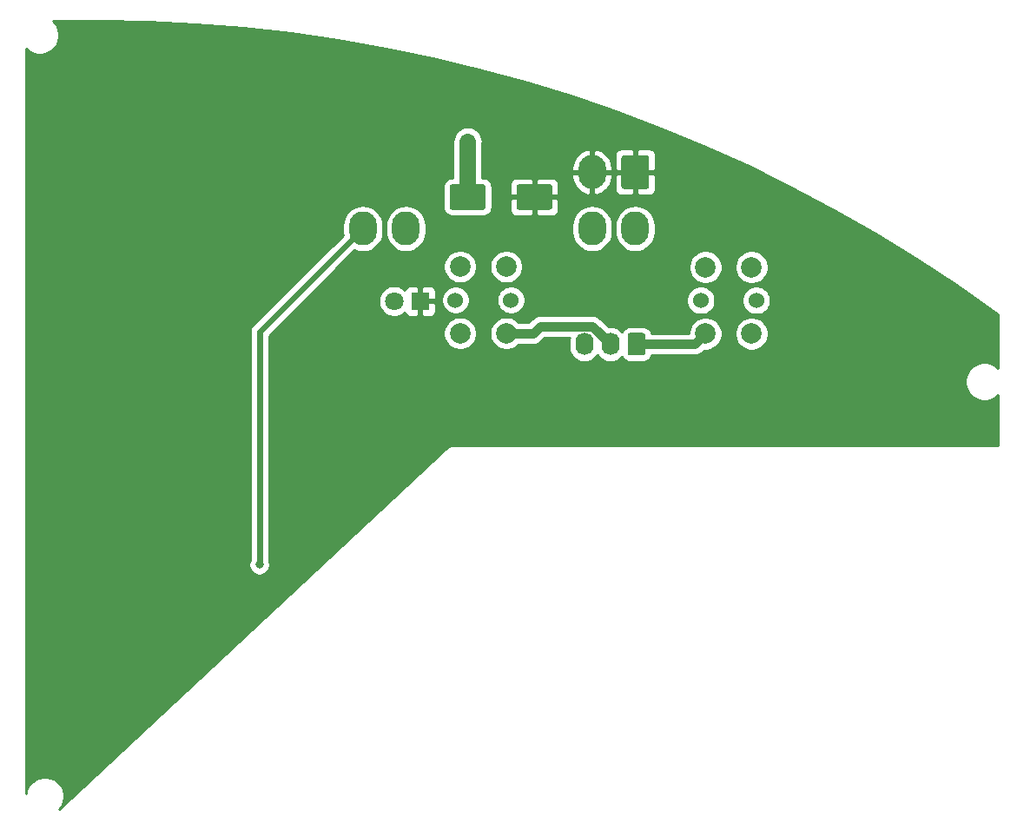
<source format=gbr>
%TF.GenerationSoftware,KiCad,Pcbnew,(5.1.9)-1*%
%TF.CreationDate,2021-09-11T23:18:36-06:00*%
%TF.ProjectId,ewi_v3,6577695f-7633-42e6-9b69-6361645f7063,rev?*%
%TF.SameCoordinates,Original*%
%TF.FileFunction,Copper,L2,Bot*%
%TF.FilePolarity,Positive*%
%FSLAX46Y46*%
G04 Gerber Fmt 4.6, Leading zero omitted, Abs format (unit mm)*
G04 Created by KiCad (PCBNEW (5.1.9)-1) date 2021-09-11 23:18:36*
%MOMM*%
%LPD*%
G01*
G04 APERTURE LIST*
%TA.AperFunction,ComponentPad*%
%ADD10C,1.524000*%
%TD*%
%TA.AperFunction,ComponentPad*%
%ADD11C,2.000000*%
%TD*%
%TA.AperFunction,ComponentPad*%
%ADD12O,1.740000X2.190000*%
%TD*%
%TA.AperFunction,ComponentPad*%
%ADD13O,2.700000X3.300000*%
%TD*%
%TA.AperFunction,ComponentPad*%
%ADD14C,1.800000*%
%TD*%
%TA.AperFunction,ComponentPad*%
%ADD15R,1.800000X1.800000*%
%TD*%
%TA.AperFunction,ViaPad*%
%ADD16C,0.800000*%
%TD*%
%TA.AperFunction,Conductor*%
%ADD17C,1.625600*%
%TD*%
%TA.AperFunction,Conductor*%
%ADD18C,0.609600*%
%TD*%
%TA.AperFunction,Conductor*%
%ADD19C,0.914400*%
%TD*%
%TA.AperFunction,Conductor*%
%ADD20C,0.254000*%
%TD*%
%TA.AperFunction,Conductor*%
%ADD21C,0.100000*%
%TD*%
G04 APERTURE END LIST*
D10*
%TO.P,SW2,4*%
%TO.N,N/C*%
X149289049Y-85312196D03*
%TO.P,SW2,3*%
X143889049Y-85312196D03*
D11*
%TO.P,SW2,2*%
%TO.N,GND*%
X144339049Y-82062196D03*
%TO.P,SW2,1*%
%TO.N,N/C*%
X148839049Y-82062196D03*
%TO.P,SW2,2*%
%TO.N,GND*%
X144339049Y-88562196D03*
%TO.P,SW2,1*%
%TO.N,/MC_SW*%
X148839049Y-88562196D03*
%TD*%
D10*
%TO.P,SW1,4*%
%TO.N,N/C*%
X167809049Y-85352196D03*
%TO.P,SW1,3*%
X173209049Y-85352196D03*
D11*
%TO.P,SW1,2*%
%TO.N,GND*%
X172759049Y-88602196D03*
%TO.P,SW1,1*%
%TO.N,/FIRE_SW*%
X168259049Y-88602196D03*
%TO.P,SW1,2*%
%TO.N,GND*%
X172759049Y-82102196D03*
%TO.P,SW1,1*%
%TO.N,N/C*%
X168259049Y-82102196D03*
%TD*%
D12*
%TO.P,J3,3*%
%TO.N,GND*%
X156451300Y-89623143D03*
%TO.P,J3,2*%
%TO.N,/MC_SW*%
X158991300Y-89623143D03*
%TO.P,J3,1*%
%TO.N,/FIRE_SW*%
%TA.AperFunction,ComponentPad*%
G36*
G01*
X162401300Y-88778142D02*
X162401300Y-90468144D01*
G75*
G02*
X162151301Y-90718143I-249999J0D01*
G01*
X160911299Y-90718143D01*
G75*
G02*
X160661300Y-90468144I0J249999D01*
G01*
X160661300Y-88778142D01*
G75*
G02*
X160911299Y-88528143I249999J0D01*
G01*
X162151301Y-88528143D01*
G75*
G02*
X162401300Y-88778142I0J-249999D01*
G01*
G37*
%TD.AperFunction*%
%TD*%
D13*
%TO.P,J2,4*%
%TO.N,/DOUT*%
X134861300Y-78344144D03*
%TO.P,J2,3*%
%TO.N,GND*%
X139061300Y-78344144D03*
%TO.P,J2,2*%
%TO.N,+5V*%
X134861300Y-72844144D03*
%TO.P,J2,1*%
%TA.AperFunction,ComponentPad*%
G36*
G01*
X140411300Y-71444145D02*
X140411300Y-74244143D01*
G75*
G02*
X140161299Y-74494144I-250001J0D01*
G01*
X137961301Y-74494144D01*
G75*
G02*
X137711300Y-74244143I0J250001D01*
G01*
X137711300Y-71444145D01*
G75*
G02*
X137961301Y-71194144I250001J0D01*
G01*
X140161299Y-71194144D01*
G75*
G02*
X140411300Y-71444145I0J-250001D01*
G01*
G37*
%TD.AperFunction*%
%TD*%
%TO.P,J1,4*%
%TO.N,/DIN*%
X157213300Y-78344144D03*
%TO.P,J1,3*%
%TO.N,GND*%
X161413300Y-78344144D03*
%TO.P,J1,2*%
%TO.N,+5V*%
X157213300Y-72844144D03*
%TO.P,J1,1*%
%TA.AperFunction,ComponentPad*%
G36*
G01*
X162763300Y-71444145D02*
X162763300Y-74244143D01*
G75*
G02*
X162513299Y-74494144I-250001J0D01*
G01*
X160313301Y-74494144D01*
G75*
G02*
X160063300Y-74244143I0J250001D01*
G01*
X160063300Y-71444145D01*
G75*
G02*
X160313301Y-71194144I250001J0D01*
G01*
X162513299Y-71194144D01*
G75*
G02*
X162763300Y-71444145I0J-250001D01*
G01*
G37*
%TD.AperFunction*%
%TD*%
D14*
%TO.P,D1,2*%
%TO.N,Net-(D1-Pad2)*%
X137909300Y-85432143D03*
D15*
%TO.P,D1,1*%
%TO.N,+5V*%
X140449300Y-85432143D03*
%TD*%
%TO.P,C1,2*%
%TO.N,GND*%
%TA.AperFunction,SMDPad,CuDef*%
G36*
G01*
X146823300Y-74272144D02*
X146823300Y-76272144D01*
G75*
G02*
X146573300Y-76522144I-250000J0D01*
G01*
X143573300Y-76522144D01*
G75*
G02*
X143323300Y-76272144I0J250000D01*
G01*
X143323300Y-74272144D01*
G75*
G02*
X143573300Y-74022144I250000J0D01*
G01*
X146573300Y-74022144D01*
G75*
G02*
X146823300Y-74272144I0J-250000D01*
G01*
G37*
%TD.AperFunction*%
%TO.P,C1,1*%
%TO.N,+5V*%
%TA.AperFunction,SMDPad,CuDef*%
G36*
G01*
X153323300Y-74272144D02*
X153323300Y-76272144D01*
G75*
G02*
X153073300Y-76522144I-250000J0D01*
G01*
X150073300Y-76522144D01*
G75*
G02*
X149823300Y-76272144I0J250000D01*
G01*
X149823300Y-74272144D01*
G75*
G02*
X150073300Y-74022144I250000J0D01*
G01*
X153073300Y-74022144D01*
G75*
G02*
X153323300Y-74272144I0J-250000D01*
G01*
G37*
%TD.AperFunction*%
%TD*%
D16*
%TO.N,GND*%
X145073300Y-69876996D03*
X145073300Y-71146996D03*
X145073300Y-72416996D03*
%TO.N,+5V*%
X142557499Y-91442797D03*
X151447499Y-79377797D03*
X110172499Y-118747797D03*
X102552499Y-118747797D03*
X105727499Y-106047797D03*
X114617499Y-106047797D03*
X122872499Y-106047797D03*
X131762499Y-106047797D03*
X127952499Y-100967797D03*
X119697499Y-100967797D03*
X110807499Y-100967797D03*
X102552499Y-100967797D03*
X105727499Y-87632797D03*
X114617499Y-87632797D03*
X122872499Y-87632797D03*
X131762499Y-87632797D03*
X127952499Y-81917797D03*
X119062499Y-81917797D03*
X110807499Y-81917797D03*
X102552499Y-82552797D03*
X105727499Y-69852797D03*
X114617499Y-69852797D03*
X122872499Y-69852797D03*
X131762499Y-69852797D03*
X151447499Y-86362797D03*
X165417499Y-83822797D03*
X166687499Y-91442797D03*
X175577499Y-86362797D03*
X174307499Y-79377797D03*
%TO.N,/DOUT*%
X124777499Y-111127797D03*
%TD*%
D17*
%TO.N,GND*%
X145073300Y-75272144D02*
X145073300Y-72416996D01*
X145073300Y-69876996D02*
X145073300Y-69876996D01*
X145073300Y-71146996D02*
X145073300Y-69876996D01*
X145073300Y-72416996D02*
X145073300Y-71146996D01*
D18*
%TO.N,/DOUT*%
X124777499Y-88427945D02*
X134861300Y-78344144D01*
X124777499Y-111127797D02*
X124777499Y-88427945D01*
D19*
%TO.N,/MC_SW*%
X151447758Y-88562196D02*
X148839049Y-88562196D01*
X152139021Y-87870933D02*
X151447758Y-88562196D01*
X157239090Y-87870933D02*
X152139021Y-87870933D01*
X158991300Y-89623143D02*
X157239090Y-87870933D01*
%TO.N,/FIRE_SW*%
X167238102Y-89623143D02*
X168259049Y-88602196D01*
X161531300Y-89623143D02*
X167238102Y-89623143D01*
%TD*%
D20*
%TO.N,+5V*%
X113873859Y-58203688D02*
X118535771Y-58423537D01*
X123188485Y-58789714D01*
X127827402Y-59301855D01*
X132447991Y-59959462D01*
X137045587Y-60761871D01*
X141615736Y-61708304D01*
X146153886Y-62797817D01*
X150655608Y-64029349D01*
X155116381Y-65401662D01*
X159531862Y-66913419D01*
X163897674Y-68563122D01*
X168209527Y-70349149D01*
X172463169Y-72269742D01*
X176654361Y-74322985D01*
X180778982Y-76506860D01*
X184832993Y-78819227D01*
X188812371Y-81257793D01*
X192713174Y-83820142D01*
X196535183Y-86506294D01*
X196812298Y-86708603D01*
X196812298Y-91979865D01*
X196641916Y-91809483D01*
X196333180Y-91603192D01*
X195990132Y-91461097D01*
X195625954Y-91388658D01*
X195254642Y-91388658D01*
X194890464Y-91461097D01*
X194547416Y-91603192D01*
X194238680Y-91809483D01*
X193976123Y-92072040D01*
X193769832Y-92380776D01*
X193627737Y-92723824D01*
X193555298Y-93088002D01*
X193555298Y-93459314D01*
X193627737Y-93823492D01*
X193769832Y-94166540D01*
X193976123Y-94475276D01*
X194238680Y-94737833D01*
X194547416Y-94944124D01*
X194890464Y-95086219D01*
X195254642Y-95158658D01*
X195625954Y-95158658D01*
X195990132Y-95086219D01*
X196333180Y-94944124D01*
X196641916Y-94737833D01*
X196812299Y-94567450D01*
X196812299Y-99514047D01*
X143559885Y-99514047D01*
X143538945Y-99511251D01*
X143495042Y-99514047D01*
X143483602Y-99514047D01*
X143462669Y-99516109D01*
X143409199Y-99519514D01*
X143398088Y-99522469D01*
X143386638Y-99523597D01*
X143335333Y-99539160D01*
X143283559Y-99552931D01*
X143273237Y-99557997D01*
X143262228Y-99561337D01*
X143214958Y-99586603D01*
X143166851Y-99610216D01*
X143157713Y-99617201D01*
X143147571Y-99622622D01*
X143106153Y-99656613D01*
X143089443Y-99669386D01*
X143081078Y-99677191D01*
X143047073Y-99705099D01*
X143033672Y-99721428D01*
X105285428Y-134945808D01*
X105337474Y-134893762D01*
X105543765Y-134585026D01*
X105685860Y-134241978D01*
X105758299Y-133877800D01*
X105758299Y-133506488D01*
X105685860Y-133142310D01*
X105543765Y-132799262D01*
X105337474Y-132490526D01*
X105074917Y-132227969D01*
X104766181Y-132021678D01*
X104423133Y-131879583D01*
X104058955Y-131807144D01*
X103687643Y-131807144D01*
X103323465Y-131879583D01*
X102980417Y-132021678D01*
X102671681Y-132227969D01*
X102409124Y-132490526D01*
X102202833Y-132799262D01*
X102060738Y-133142310D01*
X101993299Y-133481351D01*
X101993299Y-111025858D01*
X123742499Y-111025858D01*
X123742499Y-111229736D01*
X123782273Y-111429695D01*
X123860294Y-111618053D01*
X123973562Y-111787571D01*
X124117725Y-111931734D01*
X124287243Y-112045002D01*
X124475601Y-112123023D01*
X124675560Y-112162797D01*
X124879438Y-112162797D01*
X125079397Y-112123023D01*
X125267755Y-112045002D01*
X125437273Y-111931734D01*
X125581436Y-111787571D01*
X125694704Y-111618053D01*
X125772725Y-111429695D01*
X125812499Y-111229736D01*
X125812499Y-111025858D01*
X125772725Y-110825899D01*
X125717299Y-110692090D01*
X125717299Y-88817221D01*
X126133357Y-88401163D01*
X142704049Y-88401163D01*
X142704049Y-88723229D01*
X142766881Y-89039108D01*
X142890131Y-89336659D01*
X143069062Y-89604448D01*
X143296797Y-89832183D01*
X143564586Y-90011114D01*
X143862137Y-90134364D01*
X144178016Y-90197196D01*
X144500082Y-90197196D01*
X144815961Y-90134364D01*
X145113512Y-90011114D01*
X145381301Y-89832183D01*
X145609036Y-89604448D01*
X145787967Y-89336659D01*
X145911217Y-89039108D01*
X145974049Y-88723229D01*
X145974049Y-88401163D01*
X147204049Y-88401163D01*
X147204049Y-88723229D01*
X147266881Y-89039108D01*
X147390131Y-89336659D01*
X147569062Y-89604448D01*
X147796797Y-89832183D01*
X148064586Y-90011114D01*
X148362137Y-90134364D01*
X148678016Y-90197196D01*
X149000082Y-90197196D01*
X149315961Y-90134364D01*
X149613512Y-90011114D01*
X149881301Y-89832183D01*
X150059088Y-89654396D01*
X151394117Y-89654396D01*
X151447758Y-89659679D01*
X151501399Y-89654396D01*
X151501407Y-89654396D01*
X151661867Y-89638592D01*
X151867747Y-89576139D01*
X152057487Y-89474721D01*
X152223796Y-89338234D01*
X152257998Y-89296559D01*
X152591424Y-88963133D01*
X155010538Y-88963133D01*
X154968076Y-89103111D01*
X154946300Y-89324207D01*
X154946300Y-89922078D01*
X154968076Y-90143174D01*
X155054134Y-90426867D01*
X155193883Y-90688321D01*
X155381955Y-90917488D01*
X155611121Y-91105560D01*
X155872575Y-91245309D01*
X156156268Y-91331367D01*
X156451300Y-91360425D01*
X156746331Y-91331367D01*
X157030024Y-91245309D01*
X157291478Y-91105560D01*
X157520645Y-90917488D01*
X157708717Y-90688322D01*
X157721300Y-90664780D01*
X157733883Y-90688321D01*
X157921955Y-90917488D01*
X158151121Y-91105560D01*
X158412575Y-91245309D01*
X158696268Y-91331367D01*
X158991300Y-91360425D01*
X159286331Y-91331367D01*
X159570024Y-91245309D01*
X159831478Y-91105560D01*
X160060645Y-90917488D01*
X160114366Y-90852029D01*
X160172895Y-90961530D01*
X160283338Y-91096105D01*
X160417913Y-91206548D01*
X160571449Y-91288615D01*
X160738045Y-91339151D01*
X160911299Y-91356215D01*
X162151301Y-91356215D01*
X162324555Y-91339151D01*
X162491151Y-91288615D01*
X162644687Y-91206548D01*
X162779262Y-91096105D01*
X162889705Y-90961530D01*
X162971772Y-90807994D01*
X162999877Y-90715343D01*
X167184461Y-90715343D01*
X167238102Y-90720626D01*
X167291743Y-90715343D01*
X167291751Y-90715343D01*
X167452211Y-90699539D01*
X167658091Y-90637086D01*
X167847831Y-90535668D01*
X168014140Y-90399181D01*
X168048342Y-90357507D01*
X168168652Y-90237196D01*
X168420082Y-90237196D01*
X168735961Y-90174364D01*
X169033512Y-90051114D01*
X169301301Y-89872183D01*
X169529036Y-89644448D01*
X169707967Y-89376659D01*
X169831217Y-89079108D01*
X169894049Y-88763229D01*
X169894049Y-88441163D01*
X171124049Y-88441163D01*
X171124049Y-88763229D01*
X171186881Y-89079108D01*
X171310131Y-89376659D01*
X171489062Y-89644448D01*
X171716797Y-89872183D01*
X171984586Y-90051114D01*
X172282137Y-90174364D01*
X172598016Y-90237196D01*
X172920082Y-90237196D01*
X173235961Y-90174364D01*
X173533512Y-90051114D01*
X173801301Y-89872183D01*
X174029036Y-89644448D01*
X174207967Y-89376659D01*
X174331217Y-89079108D01*
X174394049Y-88763229D01*
X174394049Y-88441163D01*
X174331217Y-88125284D01*
X174207967Y-87827733D01*
X174029036Y-87559944D01*
X173801301Y-87332209D01*
X173533512Y-87153278D01*
X173235961Y-87030028D01*
X172920082Y-86967196D01*
X172598016Y-86967196D01*
X172282137Y-87030028D01*
X171984586Y-87153278D01*
X171716797Y-87332209D01*
X171489062Y-87559944D01*
X171310131Y-87827733D01*
X171186881Y-88125284D01*
X171124049Y-88441163D01*
X169894049Y-88441163D01*
X169831217Y-88125284D01*
X169707967Y-87827733D01*
X169529036Y-87559944D01*
X169301301Y-87332209D01*
X169033512Y-87153278D01*
X168735961Y-87030028D01*
X168420082Y-86967196D01*
X168098016Y-86967196D01*
X167782137Y-87030028D01*
X167484586Y-87153278D01*
X167216797Y-87332209D01*
X166989062Y-87559944D01*
X166810131Y-87827733D01*
X166686881Y-88125284D01*
X166624049Y-88441163D01*
X166624049Y-88530943D01*
X162999877Y-88530943D01*
X162971772Y-88438292D01*
X162889705Y-88284756D01*
X162779262Y-88150181D01*
X162644687Y-88039738D01*
X162491151Y-87957671D01*
X162324555Y-87907135D01*
X162151301Y-87890071D01*
X160911299Y-87890071D01*
X160738045Y-87907135D01*
X160571449Y-87957671D01*
X160417913Y-88039738D01*
X160283338Y-88150181D01*
X160172895Y-88284756D01*
X160114366Y-88394257D01*
X160060645Y-88328798D01*
X159831479Y-88140726D01*
X159570025Y-88000977D01*
X159286332Y-87914919D01*
X158991300Y-87885861D01*
X158815897Y-87903137D01*
X158049330Y-87136570D01*
X158015128Y-87094895D01*
X157848819Y-86958408D01*
X157659079Y-86856990D01*
X157453199Y-86794537D01*
X157292739Y-86778733D01*
X157292731Y-86778733D01*
X157239090Y-86773450D01*
X157185449Y-86778733D01*
X152192662Y-86778733D01*
X152139021Y-86773450D01*
X152085380Y-86778733D01*
X152085372Y-86778733D01*
X151924912Y-86794537D01*
X151719032Y-86856990D01*
X151529292Y-86958408D01*
X151362983Y-87094895D01*
X151328781Y-87136570D01*
X150995355Y-87469996D01*
X150059088Y-87469996D01*
X149881301Y-87292209D01*
X149613512Y-87113278D01*
X149315961Y-86990028D01*
X149000082Y-86927196D01*
X148678016Y-86927196D01*
X148362137Y-86990028D01*
X148064586Y-87113278D01*
X147796797Y-87292209D01*
X147569062Y-87519944D01*
X147390131Y-87787733D01*
X147266881Y-88085284D01*
X147204049Y-88401163D01*
X145974049Y-88401163D01*
X145911217Y-88085284D01*
X145787967Y-87787733D01*
X145609036Y-87519944D01*
X145381301Y-87292209D01*
X145113512Y-87113278D01*
X144815961Y-86990028D01*
X144500082Y-86927196D01*
X144178016Y-86927196D01*
X143862137Y-86990028D01*
X143564586Y-87113278D01*
X143296797Y-87292209D01*
X143069062Y-87519944D01*
X142890131Y-87787733D01*
X142766881Y-88085284D01*
X142704049Y-88401163D01*
X126133357Y-88401163D01*
X129253561Y-85280959D01*
X136374300Y-85280959D01*
X136374300Y-85583327D01*
X136433289Y-85879886D01*
X136549001Y-86159238D01*
X136716988Y-86410648D01*
X136930795Y-86624455D01*
X137182205Y-86792442D01*
X137461557Y-86908154D01*
X137758116Y-86967143D01*
X138060484Y-86967143D01*
X138357043Y-86908154D01*
X138636395Y-86792442D01*
X138887805Y-86624455D01*
X138954244Y-86558016D01*
X138959798Y-86576323D01*
X139018763Y-86686637D01*
X139098115Y-86783328D01*
X139194806Y-86862680D01*
X139305120Y-86921645D01*
X139424818Y-86957955D01*
X139549300Y-86970215D01*
X140163550Y-86967143D01*
X140322300Y-86808393D01*
X140322300Y-85559143D01*
X140576300Y-85559143D01*
X140576300Y-86808393D01*
X140735050Y-86967143D01*
X141349300Y-86970215D01*
X141473782Y-86957955D01*
X141593480Y-86921645D01*
X141703794Y-86862680D01*
X141800485Y-86783328D01*
X141879837Y-86686637D01*
X141938802Y-86576323D01*
X141975112Y-86456625D01*
X141987372Y-86332143D01*
X141984300Y-85717893D01*
X141825550Y-85559143D01*
X140576300Y-85559143D01*
X140322300Y-85559143D01*
X140302300Y-85559143D01*
X140302300Y-85305143D01*
X140322300Y-85305143D01*
X140322300Y-84055893D01*
X140576300Y-84055893D01*
X140576300Y-85305143D01*
X141825550Y-85305143D01*
X141956089Y-85174604D01*
X142492049Y-85174604D01*
X142492049Y-85449788D01*
X142545735Y-85719686D01*
X142651044Y-85973923D01*
X142803929Y-86202731D01*
X142998514Y-86397316D01*
X143227322Y-86550201D01*
X143481559Y-86655510D01*
X143751457Y-86709196D01*
X144026641Y-86709196D01*
X144296539Y-86655510D01*
X144550776Y-86550201D01*
X144779584Y-86397316D01*
X144974169Y-86202731D01*
X145127054Y-85973923D01*
X145232363Y-85719686D01*
X145286049Y-85449788D01*
X145286049Y-85174604D01*
X147892049Y-85174604D01*
X147892049Y-85449788D01*
X147945735Y-85719686D01*
X148051044Y-85973923D01*
X148203929Y-86202731D01*
X148398514Y-86397316D01*
X148627322Y-86550201D01*
X148881559Y-86655510D01*
X149151457Y-86709196D01*
X149426641Y-86709196D01*
X149696539Y-86655510D01*
X149950776Y-86550201D01*
X150179584Y-86397316D01*
X150374169Y-86202731D01*
X150527054Y-85973923D01*
X150632363Y-85719686D01*
X150686049Y-85449788D01*
X150686049Y-85214604D01*
X166412049Y-85214604D01*
X166412049Y-85489788D01*
X166465735Y-85759686D01*
X166571044Y-86013923D01*
X166723929Y-86242731D01*
X166918514Y-86437316D01*
X167147322Y-86590201D01*
X167401559Y-86695510D01*
X167671457Y-86749196D01*
X167946641Y-86749196D01*
X168216539Y-86695510D01*
X168470776Y-86590201D01*
X168699584Y-86437316D01*
X168894169Y-86242731D01*
X169047054Y-86013923D01*
X169152363Y-85759686D01*
X169206049Y-85489788D01*
X169206049Y-85214604D01*
X171812049Y-85214604D01*
X171812049Y-85489788D01*
X171865735Y-85759686D01*
X171971044Y-86013923D01*
X172123929Y-86242731D01*
X172318514Y-86437316D01*
X172547322Y-86590201D01*
X172801559Y-86695510D01*
X173071457Y-86749196D01*
X173346641Y-86749196D01*
X173616539Y-86695510D01*
X173870776Y-86590201D01*
X174099584Y-86437316D01*
X174294169Y-86242731D01*
X174447054Y-86013923D01*
X174552363Y-85759686D01*
X174606049Y-85489788D01*
X174606049Y-85214604D01*
X174552363Y-84944706D01*
X174447054Y-84690469D01*
X174294169Y-84461661D01*
X174099584Y-84267076D01*
X173870776Y-84114191D01*
X173616539Y-84008882D01*
X173346641Y-83955196D01*
X173071457Y-83955196D01*
X172801559Y-84008882D01*
X172547322Y-84114191D01*
X172318514Y-84267076D01*
X172123929Y-84461661D01*
X171971044Y-84690469D01*
X171865735Y-84944706D01*
X171812049Y-85214604D01*
X169206049Y-85214604D01*
X169152363Y-84944706D01*
X169047054Y-84690469D01*
X168894169Y-84461661D01*
X168699584Y-84267076D01*
X168470776Y-84114191D01*
X168216539Y-84008882D01*
X167946641Y-83955196D01*
X167671457Y-83955196D01*
X167401559Y-84008882D01*
X167147322Y-84114191D01*
X166918514Y-84267076D01*
X166723929Y-84461661D01*
X166571044Y-84690469D01*
X166465735Y-84944706D01*
X166412049Y-85214604D01*
X150686049Y-85214604D01*
X150686049Y-85174604D01*
X150632363Y-84904706D01*
X150527054Y-84650469D01*
X150374169Y-84421661D01*
X150179584Y-84227076D01*
X149950776Y-84074191D01*
X149696539Y-83968882D01*
X149426641Y-83915196D01*
X149151457Y-83915196D01*
X148881559Y-83968882D01*
X148627322Y-84074191D01*
X148398514Y-84227076D01*
X148203929Y-84421661D01*
X148051044Y-84650469D01*
X147945735Y-84904706D01*
X147892049Y-85174604D01*
X145286049Y-85174604D01*
X145232363Y-84904706D01*
X145127054Y-84650469D01*
X144974169Y-84421661D01*
X144779584Y-84227076D01*
X144550776Y-84074191D01*
X144296539Y-83968882D01*
X144026641Y-83915196D01*
X143751457Y-83915196D01*
X143481559Y-83968882D01*
X143227322Y-84074191D01*
X142998514Y-84227076D01*
X142803929Y-84421661D01*
X142651044Y-84650469D01*
X142545735Y-84904706D01*
X142492049Y-85174604D01*
X141956089Y-85174604D01*
X141984300Y-85146393D01*
X141987372Y-84532143D01*
X141975112Y-84407661D01*
X141938802Y-84287963D01*
X141879837Y-84177649D01*
X141800485Y-84080958D01*
X141703794Y-84001606D01*
X141593480Y-83942641D01*
X141473782Y-83906331D01*
X141349300Y-83894071D01*
X140735050Y-83897143D01*
X140576300Y-84055893D01*
X140322300Y-84055893D01*
X140163550Y-83897143D01*
X139549300Y-83894071D01*
X139424818Y-83906331D01*
X139305120Y-83942641D01*
X139194806Y-84001606D01*
X139098115Y-84080958D01*
X139018763Y-84177649D01*
X138959798Y-84287963D01*
X138954244Y-84306270D01*
X138887805Y-84239831D01*
X138636395Y-84071844D01*
X138357043Y-83956132D01*
X138060484Y-83897143D01*
X137758116Y-83897143D01*
X137461557Y-83956132D01*
X137182205Y-84071844D01*
X136930795Y-84239831D01*
X136716988Y-84453638D01*
X136549001Y-84705048D01*
X136433289Y-84984400D01*
X136374300Y-85280959D01*
X129253561Y-85280959D01*
X132633357Y-81901163D01*
X142704049Y-81901163D01*
X142704049Y-82223229D01*
X142766881Y-82539108D01*
X142890131Y-82836659D01*
X143069062Y-83104448D01*
X143296797Y-83332183D01*
X143564586Y-83511114D01*
X143862137Y-83634364D01*
X144178016Y-83697196D01*
X144500082Y-83697196D01*
X144815961Y-83634364D01*
X145113512Y-83511114D01*
X145381301Y-83332183D01*
X145609036Y-83104448D01*
X145787967Y-82836659D01*
X145911217Y-82539108D01*
X145974049Y-82223229D01*
X145974049Y-81901163D01*
X147204049Y-81901163D01*
X147204049Y-82223229D01*
X147266881Y-82539108D01*
X147390131Y-82836659D01*
X147569062Y-83104448D01*
X147796797Y-83332183D01*
X148064586Y-83511114D01*
X148362137Y-83634364D01*
X148678016Y-83697196D01*
X149000082Y-83697196D01*
X149315961Y-83634364D01*
X149613512Y-83511114D01*
X149881301Y-83332183D01*
X150109036Y-83104448D01*
X150287967Y-82836659D01*
X150411217Y-82539108D01*
X150474049Y-82223229D01*
X150474049Y-81941163D01*
X166624049Y-81941163D01*
X166624049Y-82263229D01*
X166686881Y-82579108D01*
X166810131Y-82876659D01*
X166989062Y-83144448D01*
X167216797Y-83372183D01*
X167484586Y-83551114D01*
X167782137Y-83674364D01*
X168098016Y-83737196D01*
X168420082Y-83737196D01*
X168735961Y-83674364D01*
X169033512Y-83551114D01*
X169301301Y-83372183D01*
X169529036Y-83144448D01*
X169707967Y-82876659D01*
X169831217Y-82579108D01*
X169894049Y-82263229D01*
X169894049Y-81941163D01*
X171124049Y-81941163D01*
X171124049Y-82263229D01*
X171186881Y-82579108D01*
X171310131Y-82876659D01*
X171489062Y-83144448D01*
X171716797Y-83372183D01*
X171984586Y-83551114D01*
X172282137Y-83674364D01*
X172598016Y-83737196D01*
X172920082Y-83737196D01*
X173235961Y-83674364D01*
X173533512Y-83551114D01*
X173801301Y-83372183D01*
X174029036Y-83144448D01*
X174207967Y-82876659D01*
X174331217Y-82579108D01*
X174394049Y-82263229D01*
X174394049Y-81941163D01*
X174331217Y-81625284D01*
X174207967Y-81327733D01*
X174029036Y-81059944D01*
X173801301Y-80832209D01*
X173533512Y-80653278D01*
X173235961Y-80530028D01*
X172920082Y-80467196D01*
X172598016Y-80467196D01*
X172282137Y-80530028D01*
X171984586Y-80653278D01*
X171716797Y-80832209D01*
X171489062Y-81059944D01*
X171310131Y-81327733D01*
X171186881Y-81625284D01*
X171124049Y-81941163D01*
X169894049Y-81941163D01*
X169831217Y-81625284D01*
X169707967Y-81327733D01*
X169529036Y-81059944D01*
X169301301Y-80832209D01*
X169033512Y-80653278D01*
X168735961Y-80530028D01*
X168420082Y-80467196D01*
X168098016Y-80467196D01*
X167782137Y-80530028D01*
X167484586Y-80653278D01*
X167216797Y-80832209D01*
X166989062Y-81059944D01*
X166810131Y-81327733D01*
X166686881Y-81625284D01*
X166624049Y-81941163D01*
X150474049Y-81941163D01*
X150474049Y-81901163D01*
X150411217Y-81585284D01*
X150287967Y-81287733D01*
X150109036Y-81019944D01*
X149881301Y-80792209D01*
X149613512Y-80613278D01*
X149315961Y-80490028D01*
X149000082Y-80427196D01*
X148678016Y-80427196D01*
X148362137Y-80490028D01*
X148064586Y-80613278D01*
X147796797Y-80792209D01*
X147569062Y-81019944D01*
X147390131Y-81287733D01*
X147266881Y-81585284D01*
X147204049Y-81901163D01*
X145974049Y-81901163D01*
X145911217Y-81585284D01*
X145787967Y-81287733D01*
X145609036Y-81019944D01*
X145381301Y-80792209D01*
X145113512Y-80613278D01*
X144815961Y-80490028D01*
X144500082Y-80427196D01*
X144178016Y-80427196D01*
X143862137Y-80490028D01*
X143564586Y-80613278D01*
X143296797Y-80792209D01*
X143069062Y-81019944D01*
X142890131Y-81287733D01*
X142766881Y-81585284D01*
X142704049Y-81901163D01*
X132633357Y-81901163D01*
X134065157Y-80469364D01*
X134097998Y-80486918D01*
X134472172Y-80600422D01*
X134861300Y-80638748D01*
X135250427Y-80600422D01*
X135624601Y-80486918D01*
X135969443Y-80302597D01*
X136271698Y-80054542D01*
X136519753Y-79752287D01*
X136704074Y-79407446D01*
X136817578Y-79033272D01*
X136846300Y-78741654D01*
X136846300Y-77946635D01*
X136846300Y-77946634D01*
X137076300Y-77946634D01*
X137076300Y-78741653D01*
X137105022Y-79033271D01*
X137218526Y-79407445D01*
X137402847Y-79752287D01*
X137650902Y-80054542D01*
X137953157Y-80302597D01*
X138297998Y-80486918D01*
X138672172Y-80600422D01*
X139061300Y-80638748D01*
X139450427Y-80600422D01*
X139824601Y-80486918D01*
X140169443Y-80302597D01*
X140471698Y-80054542D01*
X140719753Y-79752287D01*
X140904074Y-79407446D01*
X141017578Y-79033272D01*
X141046300Y-78741654D01*
X141046300Y-77946635D01*
X141046300Y-77946634D01*
X155228300Y-77946634D01*
X155228300Y-78741653D01*
X155257022Y-79033271D01*
X155370526Y-79407445D01*
X155554847Y-79752287D01*
X155802902Y-80054542D01*
X156105157Y-80302597D01*
X156449998Y-80486918D01*
X156824172Y-80600422D01*
X157213300Y-80638748D01*
X157602427Y-80600422D01*
X157976601Y-80486918D01*
X158321443Y-80302597D01*
X158623698Y-80054542D01*
X158871753Y-79752287D01*
X159056074Y-79407446D01*
X159169578Y-79033272D01*
X159198300Y-78741654D01*
X159198300Y-77946635D01*
X159198300Y-77946634D01*
X159428300Y-77946634D01*
X159428300Y-78741653D01*
X159457022Y-79033271D01*
X159570526Y-79407445D01*
X159754847Y-79752287D01*
X160002902Y-80054542D01*
X160305157Y-80302597D01*
X160649998Y-80486918D01*
X161024172Y-80600422D01*
X161413300Y-80638748D01*
X161802427Y-80600422D01*
X162176601Y-80486918D01*
X162521443Y-80302597D01*
X162823698Y-80054542D01*
X163071753Y-79752287D01*
X163256074Y-79407446D01*
X163369578Y-79033272D01*
X163398300Y-78741654D01*
X163398300Y-77946635D01*
X163369578Y-77655017D01*
X163256074Y-77280842D01*
X163071753Y-76936001D01*
X162823698Y-76633746D01*
X162521443Y-76385691D01*
X162176602Y-76201370D01*
X161802428Y-76087866D01*
X161413300Y-76049540D01*
X161024173Y-76087866D01*
X160649999Y-76201370D01*
X160305158Y-76385691D01*
X160002903Y-76633746D01*
X159754847Y-76936001D01*
X159570526Y-77280842D01*
X159457022Y-77655016D01*
X159428300Y-77946634D01*
X159198300Y-77946634D01*
X159169578Y-77655017D01*
X159056074Y-77280842D01*
X158871753Y-76936001D01*
X158623698Y-76633746D01*
X158321443Y-76385691D01*
X157976602Y-76201370D01*
X157602428Y-76087866D01*
X157213300Y-76049540D01*
X156824173Y-76087866D01*
X156449999Y-76201370D01*
X156105158Y-76385691D01*
X155802903Y-76633746D01*
X155554847Y-76936001D01*
X155370526Y-77280842D01*
X155257022Y-77655016D01*
X155228300Y-77946634D01*
X141046300Y-77946634D01*
X141017578Y-77655017D01*
X140904074Y-77280842D01*
X140719753Y-76936001D01*
X140471698Y-76633746D01*
X140169443Y-76385691D01*
X139824602Y-76201370D01*
X139450428Y-76087866D01*
X139061300Y-76049540D01*
X138672173Y-76087866D01*
X138297999Y-76201370D01*
X137953158Y-76385691D01*
X137650903Y-76633746D01*
X137402847Y-76936001D01*
X137218526Y-77280842D01*
X137105022Y-77655016D01*
X137076300Y-77946634D01*
X136846300Y-77946634D01*
X136817578Y-77655017D01*
X136704074Y-77280842D01*
X136519753Y-76936001D01*
X136271698Y-76633746D01*
X135969443Y-76385691D01*
X135624602Y-76201370D01*
X135250428Y-76087866D01*
X134861300Y-76049540D01*
X134472173Y-76087866D01*
X134097999Y-76201370D01*
X133753158Y-76385691D01*
X133450903Y-76633746D01*
X133202847Y-76936001D01*
X133018526Y-77280842D01*
X132905022Y-77655016D01*
X132876300Y-77946634D01*
X132876300Y-78741653D01*
X132899470Y-78976897D01*
X124145610Y-87730758D01*
X124109746Y-87760191D01*
X124080316Y-87796052D01*
X123992303Y-87903294D01*
X123905037Y-88066559D01*
X123851298Y-88243712D01*
X123833153Y-88427945D01*
X123837700Y-88474112D01*
X123837699Y-110692090D01*
X123782273Y-110825899D01*
X123742499Y-111025858D01*
X101993299Y-111025858D01*
X101993299Y-74272144D01*
X142685228Y-74272144D01*
X142685228Y-76272144D01*
X142702292Y-76445398D01*
X142752828Y-76611994D01*
X142834895Y-76765530D01*
X142945338Y-76900106D01*
X143079914Y-77010549D01*
X143233450Y-77092616D01*
X143400046Y-77143152D01*
X143573300Y-77160216D01*
X146573300Y-77160216D01*
X146746554Y-77143152D01*
X146913150Y-77092616D01*
X147066686Y-77010549D01*
X147201262Y-76900106D01*
X147311705Y-76765530D01*
X147393772Y-76611994D01*
X147421027Y-76522144D01*
X149185228Y-76522144D01*
X149197488Y-76646626D01*
X149233798Y-76766324D01*
X149292763Y-76876638D01*
X149372115Y-76973329D01*
X149468806Y-77052681D01*
X149579120Y-77111646D01*
X149698818Y-77147956D01*
X149823300Y-77160216D01*
X151287550Y-77157144D01*
X151446300Y-76998394D01*
X151446300Y-75399144D01*
X151700300Y-75399144D01*
X151700300Y-76998394D01*
X151859050Y-77157144D01*
X153323300Y-77160216D01*
X153447782Y-77147956D01*
X153567480Y-77111646D01*
X153677794Y-77052681D01*
X153774485Y-76973329D01*
X153853837Y-76876638D01*
X153912802Y-76766324D01*
X153949112Y-76646626D01*
X153961372Y-76522144D01*
X153958300Y-75557894D01*
X153799550Y-75399144D01*
X151700300Y-75399144D01*
X151446300Y-75399144D01*
X149347050Y-75399144D01*
X149188300Y-75557894D01*
X149185228Y-76522144D01*
X147421027Y-76522144D01*
X147444308Y-76445398D01*
X147461372Y-76272144D01*
X147461372Y-74272144D01*
X147444308Y-74098890D01*
X147421028Y-74022144D01*
X149185228Y-74022144D01*
X149188300Y-74986394D01*
X149347050Y-75145144D01*
X151446300Y-75145144D01*
X151446300Y-73545894D01*
X151700300Y-73545894D01*
X151700300Y-75145144D01*
X153799550Y-75145144D01*
X153958300Y-74986394D01*
X153961372Y-74022144D01*
X153949112Y-73897662D01*
X153912802Y-73777964D01*
X153853837Y-73667650D01*
X153774485Y-73570959D01*
X153677794Y-73491607D01*
X153567480Y-73432642D01*
X153447782Y-73396332D01*
X153323300Y-73384072D01*
X151859050Y-73387144D01*
X151700300Y-73545894D01*
X151446300Y-73545894D01*
X151287550Y-73387144D01*
X149823300Y-73384072D01*
X149698818Y-73396332D01*
X149579120Y-73432642D01*
X149468806Y-73491607D01*
X149372115Y-73570959D01*
X149292763Y-73667650D01*
X149233798Y-73777964D01*
X149197488Y-73897662D01*
X149185228Y-74022144D01*
X147421028Y-74022144D01*
X147393772Y-73932294D01*
X147311705Y-73778758D01*
X147201262Y-73644182D01*
X147066686Y-73533739D01*
X146913150Y-73451672D01*
X146746554Y-73401136D01*
X146573300Y-73384072D01*
X146521100Y-73384072D01*
X146521100Y-72971144D01*
X155228300Y-72971144D01*
X155228300Y-73271144D01*
X155291218Y-73655958D01*
X155428000Y-74021103D01*
X155633390Y-74352547D01*
X155899495Y-74637553D01*
X156216089Y-74865168D01*
X156571005Y-75026645D01*
X156777977Y-75080821D01*
X157086300Y-74965973D01*
X157086300Y-72971144D01*
X157340300Y-72971144D01*
X157340300Y-74965973D01*
X157648623Y-75080821D01*
X157855595Y-75026645D01*
X158210511Y-74865168D01*
X158527105Y-74637553D01*
X158661003Y-74494144D01*
X159425228Y-74494144D01*
X159437488Y-74618626D01*
X159473798Y-74738324D01*
X159532763Y-74848638D01*
X159612115Y-74945329D01*
X159708806Y-75024681D01*
X159819120Y-75083646D01*
X159938818Y-75119956D01*
X160063300Y-75132216D01*
X161127550Y-75129144D01*
X161286300Y-74970394D01*
X161286300Y-72971144D01*
X161540300Y-72971144D01*
X161540300Y-74970394D01*
X161699050Y-75129144D01*
X162763300Y-75132216D01*
X162887782Y-75119956D01*
X163007480Y-75083646D01*
X163117794Y-75024681D01*
X163214485Y-74945329D01*
X163293837Y-74848638D01*
X163352802Y-74738324D01*
X163389112Y-74618626D01*
X163401372Y-74494144D01*
X163398300Y-73129894D01*
X163239550Y-72971144D01*
X161540300Y-72971144D01*
X161286300Y-72971144D01*
X159587050Y-72971144D01*
X159428300Y-73129894D01*
X159425228Y-74494144D01*
X158661003Y-74494144D01*
X158793210Y-74352547D01*
X158998600Y-74021103D01*
X159135382Y-73655958D01*
X159198300Y-73271144D01*
X159198300Y-72971144D01*
X157340300Y-72971144D01*
X157086300Y-72971144D01*
X155228300Y-72971144D01*
X146521100Y-72971144D01*
X146521100Y-72417144D01*
X155228300Y-72417144D01*
X155228300Y-72717144D01*
X157086300Y-72717144D01*
X157086300Y-70722315D01*
X157340300Y-70722315D01*
X157340300Y-72717144D01*
X159198300Y-72717144D01*
X159198300Y-72417144D01*
X159135382Y-72032330D01*
X158998600Y-71667185D01*
X158793210Y-71335741D01*
X158661004Y-71194144D01*
X159425228Y-71194144D01*
X159428300Y-72558394D01*
X159587050Y-72717144D01*
X161286300Y-72717144D01*
X161286300Y-70717894D01*
X161540300Y-70717894D01*
X161540300Y-72717144D01*
X163239550Y-72717144D01*
X163398300Y-72558394D01*
X163401372Y-71194144D01*
X163389112Y-71069662D01*
X163352802Y-70949964D01*
X163293837Y-70839650D01*
X163214485Y-70742959D01*
X163117794Y-70663607D01*
X163007480Y-70604642D01*
X162887782Y-70568332D01*
X162763300Y-70556072D01*
X161699050Y-70559144D01*
X161540300Y-70717894D01*
X161286300Y-70717894D01*
X161127550Y-70559144D01*
X160063300Y-70556072D01*
X159938818Y-70568332D01*
X159819120Y-70604642D01*
X159708806Y-70663607D01*
X159612115Y-70742959D01*
X159532763Y-70839650D01*
X159473798Y-70949964D01*
X159437488Y-71069662D01*
X159425228Y-71194144D01*
X158661004Y-71194144D01*
X158527105Y-71050735D01*
X158210511Y-70823120D01*
X157855595Y-70661643D01*
X157648623Y-70607467D01*
X157340300Y-70722315D01*
X157086300Y-70722315D01*
X156777977Y-70607467D01*
X156571005Y-70661643D01*
X156216089Y-70823120D01*
X155899495Y-71050735D01*
X155633390Y-71335741D01*
X155428000Y-71667185D01*
X155291218Y-72032330D01*
X155228300Y-72417144D01*
X146521100Y-72417144D01*
X146521100Y-69948118D01*
X146528105Y-69876996D01*
X146500151Y-69593178D01*
X146417365Y-69320266D01*
X146282926Y-69068750D01*
X146102002Y-68848294D01*
X145881546Y-68667370D01*
X145630030Y-68532931D01*
X145357118Y-68450145D01*
X145144422Y-68429196D01*
X145073300Y-68422191D01*
X145002178Y-68429196D01*
X144789482Y-68450145D01*
X144516570Y-68532931D01*
X144265054Y-68667370D01*
X144044598Y-68848294D01*
X143863674Y-69068750D01*
X143729235Y-69320266D01*
X143646449Y-69593178D01*
X143618495Y-69876996D01*
X143625500Y-69948118D01*
X143625500Y-72488117D01*
X143625501Y-72488127D01*
X143625501Y-73384072D01*
X143573300Y-73384072D01*
X143400046Y-73401136D01*
X143233450Y-73451672D01*
X143079914Y-73533739D01*
X142945338Y-73644182D01*
X142834895Y-73778758D01*
X142752828Y-73932294D01*
X142702292Y-74098890D01*
X142685228Y-74272144D01*
X101993299Y-74272144D01*
X101993299Y-60796091D01*
X102163681Y-60966473D01*
X102472417Y-61172764D01*
X102815465Y-61314859D01*
X103179643Y-61387298D01*
X103550955Y-61387298D01*
X103915133Y-61314859D01*
X104258181Y-61172764D01*
X104566917Y-60966473D01*
X104829474Y-60703916D01*
X105035765Y-60395180D01*
X105177860Y-60052132D01*
X105250299Y-59687954D01*
X105250299Y-59316642D01*
X105177860Y-58952464D01*
X105035765Y-58609416D01*
X104829474Y-58300680D01*
X104659091Y-58130297D01*
X109202088Y-58130297D01*
X113873859Y-58203688D01*
%TA.AperFunction,Conductor*%
D21*
G36*
X113873859Y-58203688D02*
G01*
X118535771Y-58423537D01*
X123188485Y-58789714D01*
X127827402Y-59301855D01*
X132447991Y-59959462D01*
X137045587Y-60761871D01*
X141615736Y-61708304D01*
X146153886Y-62797817D01*
X150655608Y-64029349D01*
X155116381Y-65401662D01*
X159531862Y-66913419D01*
X163897674Y-68563122D01*
X168209527Y-70349149D01*
X172463169Y-72269742D01*
X176654361Y-74322985D01*
X180778982Y-76506860D01*
X184832993Y-78819227D01*
X188812371Y-81257793D01*
X192713174Y-83820142D01*
X196535183Y-86506294D01*
X196812298Y-86708603D01*
X196812298Y-91979865D01*
X196641916Y-91809483D01*
X196333180Y-91603192D01*
X195990132Y-91461097D01*
X195625954Y-91388658D01*
X195254642Y-91388658D01*
X194890464Y-91461097D01*
X194547416Y-91603192D01*
X194238680Y-91809483D01*
X193976123Y-92072040D01*
X193769832Y-92380776D01*
X193627737Y-92723824D01*
X193555298Y-93088002D01*
X193555298Y-93459314D01*
X193627737Y-93823492D01*
X193769832Y-94166540D01*
X193976123Y-94475276D01*
X194238680Y-94737833D01*
X194547416Y-94944124D01*
X194890464Y-95086219D01*
X195254642Y-95158658D01*
X195625954Y-95158658D01*
X195990132Y-95086219D01*
X196333180Y-94944124D01*
X196641916Y-94737833D01*
X196812299Y-94567450D01*
X196812299Y-99514047D01*
X143559885Y-99514047D01*
X143538945Y-99511251D01*
X143495042Y-99514047D01*
X143483602Y-99514047D01*
X143462669Y-99516109D01*
X143409199Y-99519514D01*
X143398088Y-99522469D01*
X143386638Y-99523597D01*
X143335333Y-99539160D01*
X143283559Y-99552931D01*
X143273237Y-99557997D01*
X143262228Y-99561337D01*
X143214958Y-99586603D01*
X143166851Y-99610216D01*
X143157713Y-99617201D01*
X143147571Y-99622622D01*
X143106153Y-99656613D01*
X143089443Y-99669386D01*
X143081078Y-99677191D01*
X143047073Y-99705099D01*
X143033672Y-99721428D01*
X105285428Y-134945808D01*
X105337474Y-134893762D01*
X105543765Y-134585026D01*
X105685860Y-134241978D01*
X105758299Y-133877800D01*
X105758299Y-133506488D01*
X105685860Y-133142310D01*
X105543765Y-132799262D01*
X105337474Y-132490526D01*
X105074917Y-132227969D01*
X104766181Y-132021678D01*
X104423133Y-131879583D01*
X104058955Y-131807144D01*
X103687643Y-131807144D01*
X103323465Y-131879583D01*
X102980417Y-132021678D01*
X102671681Y-132227969D01*
X102409124Y-132490526D01*
X102202833Y-132799262D01*
X102060738Y-133142310D01*
X101993299Y-133481351D01*
X101993299Y-111025858D01*
X123742499Y-111025858D01*
X123742499Y-111229736D01*
X123782273Y-111429695D01*
X123860294Y-111618053D01*
X123973562Y-111787571D01*
X124117725Y-111931734D01*
X124287243Y-112045002D01*
X124475601Y-112123023D01*
X124675560Y-112162797D01*
X124879438Y-112162797D01*
X125079397Y-112123023D01*
X125267755Y-112045002D01*
X125437273Y-111931734D01*
X125581436Y-111787571D01*
X125694704Y-111618053D01*
X125772725Y-111429695D01*
X125812499Y-111229736D01*
X125812499Y-111025858D01*
X125772725Y-110825899D01*
X125717299Y-110692090D01*
X125717299Y-88817221D01*
X126133357Y-88401163D01*
X142704049Y-88401163D01*
X142704049Y-88723229D01*
X142766881Y-89039108D01*
X142890131Y-89336659D01*
X143069062Y-89604448D01*
X143296797Y-89832183D01*
X143564586Y-90011114D01*
X143862137Y-90134364D01*
X144178016Y-90197196D01*
X144500082Y-90197196D01*
X144815961Y-90134364D01*
X145113512Y-90011114D01*
X145381301Y-89832183D01*
X145609036Y-89604448D01*
X145787967Y-89336659D01*
X145911217Y-89039108D01*
X145974049Y-88723229D01*
X145974049Y-88401163D01*
X147204049Y-88401163D01*
X147204049Y-88723229D01*
X147266881Y-89039108D01*
X147390131Y-89336659D01*
X147569062Y-89604448D01*
X147796797Y-89832183D01*
X148064586Y-90011114D01*
X148362137Y-90134364D01*
X148678016Y-90197196D01*
X149000082Y-90197196D01*
X149315961Y-90134364D01*
X149613512Y-90011114D01*
X149881301Y-89832183D01*
X150059088Y-89654396D01*
X151394117Y-89654396D01*
X151447758Y-89659679D01*
X151501399Y-89654396D01*
X151501407Y-89654396D01*
X151661867Y-89638592D01*
X151867747Y-89576139D01*
X152057487Y-89474721D01*
X152223796Y-89338234D01*
X152257998Y-89296559D01*
X152591424Y-88963133D01*
X155010538Y-88963133D01*
X154968076Y-89103111D01*
X154946300Y-89324207D01*
X154946300Y-89922078D01*
X154968076Y-90143174D01*
X155054134Y-90426867D01*
X155193883Y-90688321D01*
X155381955Y-90917488D01*
X155611121Y-91105560D01*
X155872575Y-91245309D01*
X156156268Y-91331367D01*
X156451300Y-91360425D01*
X156746331Y-91331367D01*
X157030024Y-91245309D01*
X157291478Y-91105560D01*
X157520645Y-90917488D01*
X157708717Y-90688322D01*
X157721300Y-90664780D01*
X157733883Y-90688321D01*
X157921955Y-90917488D01*
X158151121Y-91105560D01*
X158412575Y-91245309D01*
X158696268Y-91331367D01*
X158991300Y-91360425D01*
X159286331Y-91331367D01*
X159570024Y-91245309D01*
X159831478Y-91105560D01*
X160060645Y-90917488D01*
X160114366Y-90852029D01*
X160172895Y-90961530D01*
X160283338Y-91096105D01*
X160417913Y-91206548D01*
X160571449Y-91288615D01*
X160738045Y-91339151D01*
X160911299Y-91356215D01*
X162151301Y-91356215D01*
X162324555Y-91339151D01*
X162491151Y-91288615D01*
X162644687Y-91206548D01*
X162779262Y-91096105D01*
X162889705Y-90961530D01*
X162971772Y-90807994D01*
X162999877Y-90715343D01*
X167184461Y-90715343D01*
X167238102Y-90720626D01*
X167291743Y-90715343D01*
X167291751Y-90715343D01*
X167452211Y-90699539D01*
X167658091Y-90637086D01*
X167847831Y-90535668D01*
X168014140Y-90399181D01*
X168048342Y-90357507D01*
X168168652Y-90237196D01*
X168420082Y-90237196D01*
X168735961Y-90174364D01*
X169033512Y-90051114D01*
X169301301Y-89872183D01*
X169529036Y-89644448D01*
X169707967Y-89376659D01*
X169831217Y-89079108D01*
X169894049Y-88763229D01*
X169894049Y-88441163D01*
X171124049Y-88441163D01*
X171124049Y-88763229D01*
X171186881Y-89079108D01*
X171310131Y-89376659D01*
X171489062Y-89644448D01*
X171716797Y-89872183D01*
X171984586Y-90051114D01*
X172282137Y-90174364D01*
X172598016Y-90237196D01*
X172920082Y-90237196D01*
X173235961Y-90174364D01*
X173533512Y-90051114D01*
X173801301Y-89872183D01*
X174029036Y-89644448D01*
X174207967Y-89376659D01*
X174331217Y-89079108D01*
X174394049Y-88763229D01*
X174394049Y-88441163D01*
X174331217Y-88125284D01*
X174207967Y-87827733D01*
X174029036Y-87559944D01*
X173801301Y-87332209D01*
X173533512Y-87153278D01*
X173235961Y-87030028D01*
X172920082Y-86967196D01*
X172598016Y-86967196D01*
X172282137Y-87030028D01*
X171984586Y-87153278D01*
X171716797Y-87332209D01*
X171489062Y-87559944D01*
X171310131Y-87827733D01*
X171186881Y-88125284D01*
X171124049Y-88441163D01*
X169894049Y-88441163D01*
X169831217Y-88125284D01*
X169707967Y-87827733D01*
X169529036Y-87559944D01*
X169301301Y-87332209D01*
X169033512Y-87153278D01*
X168735961Y-87030028D01*
X168420082Y-86967196D01*
X168098016Y-86967196D01*
X167782137Y-87030028D01*
X167484586Y-87153278D01*
X167216797Y-87332209D01*
X166989062Y-87559944D01*
X166810131Y-87827733D01*
X166686881Y-88125284D01*
X166624049Y-88441163D01*
X166624049Y-88530943D01*
X162999877Y-88530943D01*
X162971772Y-88438292D01*
X162889705Y-88284756D01*
X162779262Y-88150181D01*
X162644687Y-88039738D01*
X162491151Y-87957671D01*
X162324555Y-87907135D01*
X162151301Y-87890071D01*
X160911299Y-87890071D01*
X160738045Y-87907135D01*
X160571449Y-87957671D01*
X160417913Y-88039738D01*
X160283338Y-88150181D01*
X160172895Y-88284756D01*
X160114366Y-88394257D01*
X160060645Y-88328798D01*
X159831479Y-88140726D01*
X159570025Y-88000977D01*
X159286332Y-87914919D01*
X158991300Y-87885861D01*
X158815897Y-87903137D01*
X158049330Y-87136570D01*
X158015128Y-87094895D01*
X157848819Y-86958408D01*
X157659079Y-86856990D01*
X157453199Y-86794537D01*
X157292739Y-86778733D01*
X157292731Y-86778733D01*
X157239090Y-86773450D01*
X157185449Y-86778733D01*
X152192662Y-86778733D01*
X152139021Y-86773450D01*
X152085380Y-86778733D01*
X152085372Y-86778733D01*
X151924912Y-86794537D01*
X151719032Y-86856990D01*
X151529292Y-86958408D01*
X151362983Y-87094895D01*
X151328781Y-87136570D01*
X150995355Y-87469996D01*
X150059088Y-87469996D01*
X149881301Y-87292209D01*
X149613512Y-87113278D01*
X149315961Y-86990028D01*
X149000082Y-86927196D01*
X148678016Y-86927196D01*
X148362137Y-86990028D01*
X148064586Y-87113278D01*
X147796797Y-87292209D01*
X147569062Y-87519944D01*
X147390131Y-87787733D01*
X147266881Y-88085284D01*
X147204049Y-88401163D01*
X145974049Y-88401163D01*
X145911217Y-88085284D01*
X145787967Y-87787733D01*
X145609036Y-87519944D01*
X145381301Y-87292209D01*
X145113512Y-87113278D01*
X144815961Y-86990028D01*
X144500082Y-86927196D01*
X144178016Y-86927196D01*
X143862137Y-86990028D01*
X143564586Y-87113278D01*
X143296797Y-87292209D01*
X143069062Y-87519944D01*
X142890131Y-87787733D01*
X142766881Y-88085284D01*
X142704049Y-88401163D01*
X126133357Y-88401163D01*
X129253561Y-85280959D01*
X136374300Y-85280959D01*
X136374300Y-85583327D01*
X136433289Y-85879886D01*
X136549001Y-86159238D01*
X136716988Y-86410648D01*
X136930795Y-86624455D01*
X137182205Y-86792442D01*
X137461557Y-86908154D01*
X137758116Y-86967143D01*
X138060484Y-86967143D01*
X138357043Y-86908154D01*
X138636395Y-86792442D01*
X138887805Y-86624455D01*
X138954244Y-86558016D01*
X138959798Y-86576323D01*
X139018763Y-86686637D01*
X139098115Y-86783328D01*
X139194806Y-86862680D01*
X139305120Y-86921645D01*
X139424818Y-86957955D01*
X139549300Y-86970215D01*
X140163550Y-86967143D01*
X140322300Y-86808393D01*
X140322300Y-85559143D01*
X140576300Y-85559143D01*
X140576300Y-86808393D01*
X140735050Y-86967143D01*
X141349300Y-86970215D01*
X141473782Y-86957955D01*
X141593480Y-86921645D01*
X141703794Y-86862680D01*
X141800485Y-86783328D01*
X141879837Y-86686637D01*
X141938802Y-86576323D01*
X141975112Y-86456625D01*
X141987372Y-86332143D01*
X141984300Y-85717893D01*
X141825550Y-85559143D01*
X140576300Y-85559143D01*
X140322300Y-85559143D01*
X140302300Y-85559143D01*
X140302300Y-85305143D01*
X140322300Y-85305143D01*
X140322300Y-84055893D01*
X140576300Y-84055893D01*
X140576300Y-85305143D01*
X141825550Y-85305143D01*
X141956089Y-85174604D01*
X142492049Y-85174604D01*
X142492049Y-85449788D01*
X142545735Y-85719686D01*
X142651044Y-85973923D01*
X142803929Y-86202731D01*
X142998514Y-86397316D01*
X143227322Y-86550201D01*
X143481559Y-86655510D01*
X143751457Y-86709196D01*
X144026641Y-86709196D01*
X144296539Y-86655510D01*
X144550776Y-86550201D01*
X144779584Y-86397316D01*
X144974169Y-86202731D01*
X145127054Y-85973923D01*
X145232363Y-85719686D01*
X145286049Y-85449788D01*
X145286049Y-85174604D01*
X147892049Y-85174604D01*
X147892049Y-85449788D01*
X147945735Y-85719686D01*
X148051044Y-85973923D01*
X148203929Y-86202731D01*
X148398514Y-86397316D01*
X148627322Y-86550201D01*
X148881559Y-86655510D01*
X149151457Y-86709196D01*
X149426641Y-86709196D01*
X149696539Y-86655510D01*
X149950776Y-86550201D01*
X150179584Y-86397316D01*
X150374169Y-86202731D01*
X150527054Y-85973923D01*
X150632363Y-85719686D01*
X150686049Y-85449788D01*
X150686049Y-85214604D01*
X166412049Y-85214604D01*
X166412049Y-85489788D01*
X166465735Y-85759686D01*
X166571044Y-86013923D01*
X166723929Y-86242731D01*
X166918514Y-86437316D01*
X167147322Y-86590201D01*
X167401559Y-86695510D01*
X167671457Y-86749196D01*
X167946641Y-86749196D01*
X168216539Y-86695510D01*
X168470776Y-86590201D01*
X168699584Y-86437316D01*
X168894169Y-86242731D01*
X169047054Y-86013923D01*
X169152363Y-85759686D01*
X169206049Y-85489788D01*
X169206049Y-85214604D01*
X171812049Y-85214604D01*
X171812049Y-85489788D01*
X171865735Y-85759686D01*
X171971044Y-86013923D01*
X172123929Y-86242731D01*
X172318514Y-86437316D01*
X172547322Y-86590201D01*
X172801559Y-86695510D01*
X173071457Y-86749196D01*
X173346641Y-86749196D01*
X173616539Y-86695510D01*
X173870776Y-86590201D01*
X174099584Y-86437316D01*
X174294169Y-86242731D01*
X174447054Y-86013923D01*
X174552363Y-85759686D01*
X174606049Y-85489788D01*
X174606049Y-85214604D01*
X174552363Y-84944706D01*
X174447054Y-84690469D01*
X174294169Y-84461661D01*
X174099584Y-84267076D01*
X173870776Y-84114191D01*
X173616539Y-84008882D01*
X173346641Y-83955196D01*
X173071457Y-83955196D01*
X172801559Y-84008882D01*
X172547322Y-84114191D01*
X172318514Y-84267076D01*
X172123929Y-84461661D01*
X171971044Y-84690469D01*
X171865735Y-84944706D01*
X171812049Y-85214604D01*
X169206049Y-85214604D01*
X169152363Y-84944706D01*
X169047054Y-84690469D01*
X168894169Y-84461661D01*
X168699584Y-84267076D01*
X168470776Y-84114191D01*
X168216539Y-84008882D01*
X167946641Y-83955196D01*
X167671457Y-83955196D01*
X167401559Y-84008882D01*
X167147322Y-84114191D01*
X166918514Y-84267076D01*
X166723929Y-84461661D01*
X166571044Y-84690469D01*
X166465735Y-84944706D01*
X166412049Y-85214604D01*
X150686049Y-85214604D01*
X150686049Y-85174604D01*
X150632363Y-84904706D01*
X150527054Y-84650469D01*
X150374169Y-84421661D01*
X150179584Y-84227076D01*
X149950776Y-84074191D01*
X149696539Y-83968882D01*
X149426641Y-83915196D01*
X149151457Y-83915196D01*
X148881559Y-83968882D01*
X148627322Y-84074191D01*
X148398514Y-84227076D01*
X148203929Y-84421661D01*
X148051044Y-84650469D01*
X147945735Y-84904706D01*
X147892049Y-85174604D01*
X145286049Y-85174604D01*
X145232363Y-84904706D01*
X145127054Y-84650469D01*
X144974169Y-84421661D01*
X144779584Y-84227076D01*
X144550776Y-84074191D01*
X144296539Y-83968882D01*
X144026641Y-83915196D01*
X143751457Y-83915196D01*
X143481559Y-83968882D01*
X143227322Y-84074191D01*
X142998514Y-84227076D01*
X142803929Y-84421661D01*
X142651044Y-84650469D01*
X142545735Y-84904706D01*
X142492049Y-85174604D01*
X141956089Y-85174604D01*
X141984300Y-85146393D01*
X141987372Y-84532143D01*
X141975112Y-84407661D01*
X141938802Y-84287963D01*
X141879837Y-84177649D01*
X141800485Y-84080958D01*
X141703794Y-84001606D01*
X141593480Y-83942641D01*
X141473782Y-83906331D01*
X141349300Y-83894071D01*
X140735050Y-83897143D01*
X140576300Y-84055893D01*
X140322300Y-84055893D01*
X140163550Y-83897143D01*
X139549300Y-83894071D01*
X139424818Y-83906331D01*
X139305120Y-83942641D01*
X139194806Y-84001606D01*
X139098115Y-84080958D01*
X139018763Y-84177649D01*
X138959798Y-84287963D01*
X138954244Y-84306270D01*
X138887805Y-84239831D01*
X138636395Y-84071844D01*
X138357043Y-83956132D01*
X138060484Y-83897143D01*
X137758116Y-83897143D01*
X137461557Y-83956132D01*
X137182205Y-84071844D01*
X136930795Y-84239831D01*
X136716988Y-84453638D01*
X136549001Y-84705048D01*
X136433289Y-84984400D01*
X136374300Y-85280959D01*
X129253561Y-85280959D01*
X132633357Y-81901163D01*
X142704049Y-81901163D01*
X142704049Y-82223229D01*
X142766881Y-82539108D01*
X142890131Y-82836659D01*
X143069062Y-83104448D01*
X143296797Y-83332183D01*
X143564586Y-83511114D01*
X143862137Y-83634364D01*
X144178016Y-83697196D01*
X144500082Y-83697196D01*
X144815961Y-83634364D01*
X145113512Y-83511114D01*
X145381301Y-83332183D01*
X145609036Y-83104448D01*
X145787967Y-82836659D01*
X145911217Y-82539108D01*
X145974049Y-82223229D01*
X145974049Y-81901163D01*
X147204049Y-81901163D01*
X147204049Y-82223229D01*
X147266881Y-82539108D01*
X147390131Y-82836659D01*
X147569062Y-83104448D01*
X147796797Y-83332183D01*
X148064586Y-83511114D01*
X148362137Y-83634364D01*
X148678016Y-83697196D01*
X149000082Y-83697196D01*
X149315961Y-83634364D01*
X149613512Y-83511114D01*
X149881301Y-83332183D01*
X150109036Y-83104448D01*
X150287967Y-82836659D01*
X150411217Y-82539108D01*
X150474049Y-82223229D01*
X150474049Y-81941163D01*
X166624049Y-81941163D01*
X166624049Y-82263229D01*
X166686881Y-82579108D01*
X166810131Y-82876659D01*
X166989062Y-83144448D01*
X167216797Y-83372183D01*
X167484586Y-83551114D01*
X167782137Y-83674364D01*
X168098016Y-83737196D01*
X168420082Y-83737196D01*
X168735961Y-83674364D01*
X169033512Y-83551114D01*
X169301301Y-83372183D01*
X169529036Y-83144448D01*
X169707967Y-82876659D01*
X169831217Y-82579108D01*
X169894049Y-82263229D01*
X169894049Y-81941163D01*
X171124049Y-81941163D01*
X171124049Y-82263229D01*
X171186881Y-82579108D01*
X171310131Y-82876659D01*
X171489062Y-83144448D01*
X171716797Y-83372183D01*
X171984586Y-83551114D01*
X172282137Y-83674364D01*
X172598016Y-83737196D01*
X172920082Y-83737196D01*
X173235961Y-83674364D01*
X173533512Y-83551114D01*
X173801301Y-83372183D01*
X174029036Y-83144448D01*
X174207967Y-82876659D01*
X174331217Y-82579108D01*
X174394049Y-82263229D01*
X174394049Y-81941163D01*
X174331217Y-81625284D01*
X174207967Y-81327733D01*
X174029036Y-81059944D01*
X173801301Y-80832209D01*
X173533512Y-80653278D01*
X173235961Y-80530028D01*
X172920082Y-80467196D01*
X172598016Y-80467196D01*
X172282137Y-80530028D01*
X171984586Y-80653278D01*
X171716797Y-80832209D01*
X171489062Y-81059944D01*
X171310131Y-81327733D01*
X171186881Y-81625284D01*
X171124049Y-81941163D01*
X169894049Y-81941163D01*
X169831217Y-81625284D01*
X169707967Y-81327733D01*
X169529036Y-81059944D01*
X169301301Y-80832209D01*
X169033512Y-80653278D01*
X168735961Y-80530028D01*
X168420082Y-80467196D01*
X168098016Y-80467196D01*
X167782137Y-80530028D01*
X167484586Y-80653278D01*
X167216797Y-80832209D01*
X166989062Y-81059944D01*
X166810131Y-81327733D01*
X166686881Y-81625284D01*
X166624049Y-81941163D01*
X150474049Y-81941163D01*
X150474049Y-81901163D01*
X150411217Y-81585284D01*
X150287967Y-81287733D01*
X150109036Y-81019944D01*
X149881301Y-80792209D01*
X149613512Y-80613278D01*
X149315961Y-80490028D01*
X149000082Y-80427196D01*
X148678016Y-80427196D01*
X148362137Y-80490028D01*
X148064586Y-80613278D01*
X147796797Y-80792209D01*
X147569062Y-81019944D01*
X147390131Y-81287733D01*
X147266881Y-81585284D01*
X147204049Y-81901163D01*
X145974049Y-81901163D01*
X145911217Y-81585284D01*
X145787967Y-81287733D01*
X145609036Y-81019944D01*
X145381301Y-80792209D01*
X145113512Y-80613278D01*
X144815961Y-80490028D01*
X144500082Y-80427196D01*
X144178016Y-80427196D01*
X143862137Y-80490028D01*
X143564586Y-80613278D01*
X143296797Y-80792209D01*
X143069062Y-81019944D01*
X142890131Y-81287733D01*
X142766881Y-81585284D01*
X142704049Y-81901163D01*
X132633357Y-81901163D01*
X134065157Y-80469364D01*
X134097998Y-80486918D01*
X134472172Y-80600422D01*
X134861300Y-80638748D01*
X135250427Y-80600422D01*
X135624601Y-80486918D01*
X135969443Y-80302597D01*
X136271698Y-80054542D01*
X136519753Y-79752287D01*
X136704074Y-79407446D01*
X136817578Y-79033272D01*
X136846300Y-78741654D01*
X136846300Y-77946635D01*
X136846300Y-77946634D01*
X137076300Y-77946634D01*
X137076300Y-78741653D01*
X137105022Y-79033271D01*
X137218526Y-79407445D01*
X137402847Y-79752287D01*
X137650902Y-80054542D01*
X137953157Y-80302597D01*
X138297998Y-80486918D01*
X138672172Y-80600422D01*
X139061300Y-80638748D01*
X139450427Y-80600422D01*
X139824601Y-80486918D01*
X140169443Y-80302597D01*
X140471698Y-80054542D01*
X140719753Y-79752287D01*
X140904074Y-79407446D01*
X141017578Y-79033272D01*
X141046300Y-78741654D01*
X141046300Y-77946635D01*
X141046300Y-77946634D01*
X155228300Y-77946634D01*
X155228300Y-78741653D01*
X155257022Y-79033271D01*
X155370526Y-79407445D01*
X155554847Y-79752287D01*
X155802902Y-80054542D01*
X156105157Y-80302597D01*
X156449998Y-80486918D01*
X156824172Y-80600422D01*
X157213300Y-80638748D01*
X157602427Y-80600422D01*
X157976601Y-80486918D01*
X158321443Y-80302597D01*
X158623698Y-80054542D01*
X158871753Y-79752287D01*
X159056074Y-79407446D01*
X159169578Y-79033272D01*
X159198300Y-78741654D01*
X159198300Y-77946635D01*
X159198300Y-77946634D01*
X159428300Y-77946634D01*
X159428300Y-78741653D01*
X159457022Y-79033271D01*
X159570526Y-79407445D01*
X159754847Y-79752287D01*
X160002902Y-80054542D01*
X160305157Y-80302597D01*
X160649998Y-80486918D01*
X161024172Y-80600422D01*
X161413300Y-80638748D01*
X161802427Y-80600422D01*
X162176601Y-80486918D01*
X162521443Y-80302597D01*
X162823698Y-80054542D01*
X163071753Y-79752287D01*
X163256074Y-79407446D01*
X163369578Y-79033272D01*
X163398300Y-78741654D01*
X163398300Y-77946635D01*
X163369578Y-77655017D01*
X163256074Y-77280842D01*
X163071753Y-76936001D01*
X162823698Y-76633746D01*
X162521443Y-76385691D01*
X162176602Y-76201370D01*
X161802428Y-76087866D01*
X161413300Y-76049540D01*
X161024173Y-76087866D01*
X160649999Y-76201370D01*
X160305158Y-76385691D01*
X160002903Y-76633746D01*
X159754847Y-76936001D01*
X159570526Y-77280842D01*
X159457022Y-77655016D01*
X159428300Y-77946634D01*
X159198300Y-77946634D01*
X159169578Y-77655017D01*
X159056074Y-77280842D01*
X158871753Y-76936001D01*
X158623698Y-76633746D01*
X158321443Y-76385691D01*
X157976602Y-76201370D01*
X157602428Y-76087866D01*
X157213300Y-76049540D01*
X156824173Y-76087866D01*
X156449999Y-76201370D01*
X156105158Y-76385691D01*
X155802903Y-76633746D01*
X155554847Y-76936001D01*
X155370526Y-77280842D01*
X155257022Y-77655016D01*
X155228300Y-77946634D01*
X141046300Y-77946634D01*
X141017578Y-77655017D01*
X140904074Y-77280842D01*
X140719753Y-76936001D01*
X140471698Y-76633746D01*
X140169443Y-76385691D01*
X139824602Y-76201370D01*
X139450428Y-76087866D01*
X139061300Y-76049540D01*
X138672173Y-76087866D01*
X138297999Y-76201370D01*
X137953158Y-76385691D01*
X137650903Y-76633746D01*
X137402847Y-76936001D01*
X137218526Y-77280842D01*
X137105022Y-77655016D01*
X137076300Y-77946634D01*
X136846300Y-77946634D01*
X136817578Y-77655017D01*
X136704074Y-77280842D01*
X136519753Y-76936001D01*
X136271698Y-76633746D01*
X135969443Y-76385691D01*
X135624602Y-76201370D01*
X135250428Y-76087866D01*
X134861300Y-76049540D01*
X134472173Y-76087866D01*
X134097999Y-76201370D01*
X133753158Y-76385691D01*
X133450903Y-76633746D01*
X133202847Y-76936001D01*
X133018526Y-77280842D01*
X132905022Y-77655016D01*
X132876300Y-77946634D01*
X132876300Y-78741653D01*
X132899470Y-78976897D01*
X124145610Y-87730758D01*
X124109746Y-87760191D01*
X124080316Y-87796052D01*
X123992303Y-87903294D01*
X123905037Y-88066559D01*
X123851298Y-88243712D01*
X123833153Y-88427945D01*
X123837700Y-88474112D01*
X123837699Y-110692090D01*
X123782273Y-110825899D01*
X123742499Y-111025858D01*
X101993299Y-111025858D01*
X101993299Y-74272144D01*
X142685228Y-74272144D01*
X142685228Y-76272144D01*
X142702292Y-76445398D01*
X142752828Y-76611994D01*
X142834895Y-76765530D01*
X142945338Y-76900106D01*
X143079914Y-77010549D01*
X143233450Y-77092616D01*
X143400046Y-77143152D01*
X143573300Y-77160216D01*
X146573300Y-77160216D01*
X146746554Y-77143152D01*
X146913150Y-77092616D01*
X147066686Y-77010549D01*
X147201262Y-76900106D01*
X147311705Y-76765530D01*
X147393772Y-76611994D01*
X147421027Y-76522144D01*
X149185228Y-76522144D01*
X149197488Y-76646626D01*
X149233798Y-76766324D01*
X149292763Y-76876638D01*
X149372115Y-76973329D01*
X149468806Y-77052681D01*
X149579120Y-77111646D01*
X149698818Y-77147956D01*
X149823300Y-77160216D01*
X151287550Y-77157144D01*
X151446300Y-76998394D01*
X151446300Y-75399144D01*
X151700300Y-75399144D01*
X151700300Y-76998394D01*
X151859050Y-77157144D01*
X153323300Y-77160216D01*
X153447782Y-77147956D01*
X153567480Y-77111646D01*
X153677794Y-77052681D01*
X153774485Y-76973329D01*
X153853837Y-76876638D01*
X153912802Y-76766324D01*
X153949112Y-76646626D01*
X153961372Y-76522144D01*
X153958300Y-75557894D01*
X153799550Y-75399144D01*
X151700300Y-75399144D01*
X151446300Y-75399144D01*
X149347050Y-75399144D01*
X149188300Y-75557894D01*
X149185228Y-76522144D01*
X147421027Y-76522144D01*
X147444308Y-76445398D01*
X147461372Y-76272144D01*
X147461372Y-74272144D01*
X147444308Y-74098890D01*
X147421028Y-74022144D01*
X149185228Y-74022144D01*
X149188300Y-74986394D01*
X149347050Y-75145144D01*
X151446300Y-75145144D01*
X151446300Y-73545894D01*
X151700300Y-73545894D01*
X151700300Y-75145144D01*
X153799550Y-75145144D01*
X153958300Y-74986394D01*
X153961372Y-74022144D01*
X153949112Y-73897662D01*
X153912802Y-73777964D01*
X153853837Y-73667650D01*
X153774485Y-73570959D01*
X153677794Y-73491607D01*
X153567480Y-73432642D01*
X153447782Y-73396332D01*
X153323300Y-73384072D01*
X151859050Y-73387144D01*
X151700300Y-73545894D01*
X151446300Y-73545894D01*
X151287550Y-73387144D01*
X149823300Y-73384072D01*
X149698818Y-73396332D01*
X149579120Y-73432642D01*
X149468806Y-73491607D01*
X149372115Y-73570959D01*
X149292763Y-73667650D01*
X149233798Y-73777964D01*
X149197488Y-73897662D01*
X149185228Y-74022144D01*
X147421028Y-74022144D01*
X147393772Y-73932294D01*
X147311705Y-73778758D01*
X147201262Y-73644182D01*
X147066686Y-73533739D01*
X146913150Y-73451672D01*
X146746554Y-73401136D01*
X146573300Y-73384072D01*
X146521100Y-73384072D01*
X146521100Y-72971144D01*
X155228300Y-72971144D01*
X155228300Y-73271144D01*
X155291218Y-73655958D01*
X155428000Y-74021103D01*
X155633390Y-74352547D01*
X155899495Y-74637553D01*
X156216089Y-74865168D01*
X156571005Y-75026645D01*
X156777977Y-75080821D01*
X157086300Y-74965973D01*
X157086300Y-72971144D01*
X157340300Y-72971144D01*
X157340300Y-74965973D01*
X157648623Y-75080821D01*
X157855595Y-75026645D01*
X158210511Y-74865168D01*
X158527105Y-74637553D01*
X158661003Y-74494144D01*
X159425228Y-74494144D01*
X159437488Y-74618626D01*
X159473798Y-74738324D01*
X159532763Y-74848638D01*
X159612115Y-74945329D01*
X159708806Y-75024681D01*
X159819120Y-75083646D01*
X159938818Y-75119956D01*
X160063300Y-75132216D01*
X161127550Y-75129144D01*
X161286300Y-74970394D01*
X161286300Y-72971144D01*
X161540300Y-72971144D01*
X161540300Y-74970394D01*
X161699050Y-75129144D01*
X162763300Y-75132216D01*
X162887782Y-75119956D01*
X163007480Y-75083646D01*
X163117794Y-75024681D01*
X163214485Y-74945329D01*
X163293837Y-74848638D01*
X163352802Y-74738324D01*
X163389112Y-74618626D01*
X163401372Y-74494144D01*
X163398300Y-73129894D01*
X163239550Y-72971144D01*
X161540300Y-72971144D01*
X161286300Y-72971144D01*
X159587050Y-72971144D01*
X159428300Y-73129894D01*
X159425228Y-74494144D01*
X158661003Y-74494144D01*
X158793210Y-74352547D01*
X158998600Y-74021103D01*
X159135382Y-73655958D01*
X159198300Y-73271144D01*
X159198300Y-72971144D01*
X157340300Y-72971144D01*
X157086300Y-72971144D01*
X155228300Y-72971144D01*
X146521100Y-72971144D01*
X146521100Y-72417144D01*
X155228300Y-72417144D01*
X155228300Y-72717144D01*
X157086300Y-72717144D01*
X157086300Y-70722315D01*
X157340300Y-70722315D01*
X157340300Y-72717144D01*
X159198300Y-72717144D01*
X159198300Y-72417144D01*
X159135382Y-72032330D01*
X158998600Y-71667185D01*
X158793210Y-71335741D01*
X158661004Y-71194144D01*
X159425228Y-71194144D01*
X159428300Y-72558394D01*
X159587050Y-72717144D01*
X161286300Y-72717144D01*
X161286300Y-70717894D01*
X161540300Y-70717894D01*
X161540300Y-72717144D01*
X163239550Y-72717144D01*
X163398300Y-72558394D01*
X163401372Y-71194144D01*
X163389112Y-71069662D01*
X163352802Y-70949964D01*
X163293837Y-70839650D01*
X163214485Y-70742959D01*
X163117794Y-70663607D01*
X163007480Y-70604642D01*
X162887782Y-70568332D01*
X162763300Y-70556072D01*
X161699050Y-70559144D01*
X161540300Y-70717894D01*
X161286300Y-70717894D01*
X161127550Y-70559144D01*
X160063300Y-70556072D01*
X159938818Y-70568332D01*
X159819120Y-70604642D01*
X159708806Y-70663607D01*
X159612115Y-70742959D01*
X159532763Y-70839650D01*
X159473798Y-70949964D01*
X159437488Y-71069662D01*
X159425228Y-71194144D01*
X158661004Y-71194144D01*
X158527105Y-71050735D01*
X158210511Y-70823120D01*
X157855595Y-70661643D01*
X157648623Y-70607467D01*
X157340300Y-70722315D01*
X157086300Y-70722315D01*
X156777977Y-70607467D01*
X156571005Y-70661643D01*
X156216089Y-70823120D01*
X155899495Y-71050735D01*
X155633390Y-71335741D01*
X155428000Y-71667185D01*
X155291218Y-72032330D01*
X155228300Y-72417144D01*
X146521100Y-72417144D01*
X146521100Y-69948118D01*
X146528105Y-69876996D01*
X146500151Y-69593178D01*
X146417365Y-69320266D01*
X146282926Y-69068750D01*
X146102002Y-68848294D01*
X145881546Y-68667370D01*
X145630030Y-68532931D01*
X145357118Y-68450145D01*
X145144422Y-68429196D01*
X145073300Y-68422191D01*
X145002178Y-68429196D01*
X144789482Y-68450145D01*
X144516570Y-68532931D01*
X144265054Y-68667370D01*
X144044598Y-68848294D01*
X143863674Y-69068750D01*
X143729235Y-69320266D01*
X143646449Y-69593178D01*
X143618495Y-69876996D01*
X143625500Y-69948118D01*
X143625500Y-72488117D01*
X143625501Y-72488127D01*
X143625501Y-73384072D01*
X143573300Y-73384072D01*
X143400046Y-73401136D01*
X143233450Y-73451672D01*
X143079914Y-73533739D01*
X142945338Y-73644182D01*
X142834895Y-73778758D01*
X142752828Y-73932294D01*
X142702292Y-74098890D01*
X142685228Y-74272144D01*
X101993299Y-74272144D01*
X101993299Y-60796091D01*
X102163681Y-60966473D01*
X102472417Y-61172764D01*
X102815465Y-61314859D01*
X103179643Y-61387298D01*
X103550955Y-61387298D01*
X103915133Y-61314859D01*
X104258181Y-61172764D01*
X104566917Y-60966473D01*
X104829474Y-60703916D01*
X105035765Y-60395180D01*
X105177860Y-60052132D01*
X105250299Y-59687954D01*
X105250299Y-59316642D01*
X105177860Y-58952464D01*
X105035765Y-58609416D01*
X104829474Y-58300680D01*
X104659091Y-58130297D01*
X109202088Y-58130297D01*
X113873859Y-58203688D01*
G37*
%TD.AperFunction*%
%TD*%
M02*

</source>
